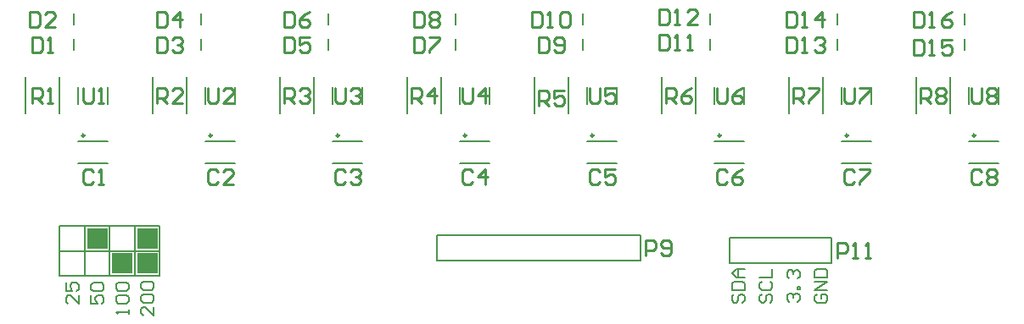
<source format=gbr>
%TF.GenerationSoftware,Altium Limited,Altium Designer,23.10.1 (27)*%
G04 Layer_Color=65535*
%FSLAX45Y45*%
%MOMM*%
%TF.SameCoordinates,A038C99E-A49E-49FA-BA90-4B12FE75E0D5*%
%TF.FilePolarity,Positive*%
%TF.FileFunction,Legend,Top*%
%TF.Part,Single*%
G01*
G75*
%TA.AperFunction,NonConductor*%
%ADD25C,0.25000*%
%ADD26C,0.20000*%
%ADD27C,0.25400*%
%ADD28R,2.00000X2.00000*%
%ADD29R,2.00000X2.00000*%
%ADD30R,0.20000X1.20000*%
D25*
X9059000Y9655489D02*
G03*
X9059000Y9655489I-12500J0D01*
G01*
X7789000D02*
G03*
X7789000Y9655489I-12500J0D01*
G01*
X6519000D02*
G03*
X6519000Y9655489I-12500J0D01*
G01*
X5249000D02*
G03*
X5249000Y9655489I-12500J0D01*
G01*
X14139000D02*
G03*
X14139000Y9655489I-12500J0D01*
G01*
X12869000D02*
G03*
X12869000Y9655489I-12500J0D01*
G01*
X11599000D02*
G03*
X11599000Y9655489I-12500J0D01*
G01*
X10329000D02*
G03*
X10329000Y9655489I-12500J0D01*
G01*
D26*
X5000000Y8500000D02*
X5250000D01*
X5000000Y8750000D02*
X5250000D01*
Y8500000D02*
Y8750000D01*
X5000000Y8500000D02*
Y8750000D01*
Y8250000D02*
X5250000D01*
X5000000Y8500000D02*
X5250000D01*
Y8250000D02*
Y8500000D01*
X5000000Y8250000D02*
Y8500000D01*
X5250000D02*
X5500000D01*
X5250000Y8750000D02*
X5500000D01*
Y8500000D02*
Y8750000D01*
X5250000Y8500000D02*
Y8750000D01*
Y8250000D02*
X5500000D01*
X5250000Y8500000D02*
X5500000D01*
Y8250000D02*
Y8500000D01*
X5250000Y8250000D02*
Y8500000D01*
X5750000D02*
X6000000D01*
X5750000Y8750000D02*
X6000000D01*
Y8500000D02*
Y8750000D01*
X5750000Y8500000D02*
Y8750000D01*
X5500000Y8500000D02*
X5750000D01*
X5500000Y8750000D02*
X5750000D01*
Y8500000D02*
Y8750000D01*
X5500000Y8500000D02*
Y8750000D01*
Y8250000D02*
X5750000D01*
X5500000Y8500000D02*
X5750000D01*
Y8250000D02*
Y8500000D01*
X5500000Y8250000D02*
Y8500000D01*
X5750000Y8250000D02*
X6000000D01*
X5750000Y8500000D02*
X6000000D01*
Y8250000D02*
Y8500000D01*
X5750000Y8250000D02*
Y8500000D01*
X8998190Y9599710D02*
X9289810D01*
X8998190Y9374090D02*
X9289810D01*
X7728190Y9599710D02*
X8019810D01*
X7728190Y9374090D02*
X8019810D01*
X6458190Y9599710D02*
X6749810D01*
X6458190Y9374090D02*
X6749810D01*
X5188190Y9599710D02*
X5479810D01*
X5188190Y9374090D02*
X5479810D01*
X9294000Y9973639D02*
Y10143161D01*
X8994000Y9973639D02*
Y10143161D01*
X8024000Y9973639D02*
Y10143161D01*
X7724000Y9973639D02*
Y10143161D01*
X6754000Y9973639D02*
Y10143161D01*
X6454000Y9973639D02*
Y10143161D01*
X5484000Y9973639D02*
Y10143161D01*
X5184000Y9973639D02*
Y10143161D01*
X8468500Y9875900D02*
Y10240900D01*
X8803500Y9875900D02*
Y10240900D01*
X7198500Y9875900D02*
Y10240900D01*
X7533500Y9875900D02*
Y10240900D01*
X5928500Y9875900D02*
Y10240900D01*
X6263500Y9875900D02*
Y10240900D01*
X4658500Y9875900D02*
Y10240900D01*
X4993500Y9875900D02*
Y10240900D01*
X14078191Y9599710D02*
X14369810D01*
X14078191Y9374090D02*
X14369810D01*
X12808189Y9599710D02*
X13099809D01*
X12808189Y9374090D02*
X13099809D01*
X11538190Y9599710D02*
X11829810D01*
X11538190Y9374090D02*
X11829810D01*
X10268190Y9599710D02*
X10559810D01*
X10268190Y9374090D02*
X10559810D01*
X14374001Y9973639D02*
Y10143161D01*
X14074001Y9973639D02*
Y10143161D01*
X13103999Y9973639D02*
Y10143161D01*
X12803999Y9973639D02*
Y10143161D01*
X11834000Y9973639D02*
Y10143161D01*
X11534000Y9973639D02*
Y10143161D01*
X10564000Y9973639D02*
Y10143161D01*
X10264000Y9973639D02*
Y10143161D01*
X13548500Y9875900D02*
Y10240900D01*
X13883501Y9875900D02*
Y10240900D01*
X12278500Y9875900D02*
Y10240900D01*
X12613500Y9875900D02*
Y10240900D01*
X11008500Y9875900D02*
Y10240900D01*
X11343500Y9875900D02*
Y10240900D01*
X9738500Y9875900D02*
Y10240900D01*
X10073500Y9875900D02*
Y10240900D01*
X10795000Y8407400D02*
Y8661400D01*
X8763000Y8407400D02*
X10795000D01*
X8763000D02*
Y8661400D01*
X10795000D01*
X11684000Y8382000D02*
Y8636000D01*
X12700000D01*
X11684000Y8382000D02*
X12700000D01*
Y8636000D01*
X12557680Y8065361D02*
X12536520Y8044201D01*
Y8001881D01*
X12557680Y7980721D01*
X12642319D01*
X12663479Y8001881D01*
Y8044201D01*
X12642319Y8065361D01*
X12600000D01*
Y8023041D01*
X12663479Y8107680D02*
X12536520D01*
X12663479Y8192319D01*
X12536520D01*
Y8234639D02*
X12663479D01*
Y8298118D01*
X12642319Y8319278D01*
X12557680D01*
X12536520Y8298118D01*
Y8234639D01*
X12282680Y7991302D02*
X12261520Y8012461D01*
Y8054781D01*
X12282680Y8075941D01*
X12303840D01*
X12325000Y8054781D01*
Y8033621D01*
Y8054781D01*
X12346159Y8075941D01*
X12367319D01*
X12388479Y8054781D01*
Y8012461D01*
X12367319Y7991302D01*
X12388479Y8118260D02*
X12367319D01*
Y8139420D01*
X12388479D01*
Y8118260D01*
X12282680Y8224059D02*
X12261520Y8245219D01*
Y8287539D01*
X12282680Y8308699D01*
X12303840D01*
X12325000Y8287539D01*
Y8266379D01*
Y8287539D01*
X12346159Y8308699D01*
X12367319D01*
X12388479Y8287539D01*
Y8245219D01*
X12367319Y8224059D01*
X12007680Y8065361D02*
X11986520Y8044201D01*
Y8001881D01*
X12007680Y7980721D01*
X12028840D01*
X12050000Y8001881D01*
Y8044201D01*
X12071159Y8065361D01*
X12092319D01*
X12113479Y8044201D01*
Y8001881D01*
X12092319Y7980721D01*
X12007680Y8192319D02*
X11986520Y8171159D01*
Y8128840D01*
X12007680Y8107680D01*
X12092319D01*
X12113479Y8128840D01*
Y8171159D01*
X12092319Y8192319D01*
X11986520Y8234639D02*
X12113479D01*
Y8319278D01*
X11732680Y8065361D02*
X11711521Y8044201D01*
Y8001881D01*
X11732680Y7980721D01*
X11753840D01*
X11775000Y8001881D01*
Y8044201D01*
X11796160Y8065361D01*
X11817320D01*
X11838479Y8044201D01*
Y8001881D01*
X11817320Y7980721D01*
X11711521Y8107680D02*
X11838479D01*
Y8171160D01*
X11817320Y8192320D01*
X11732680D01*
X11711521Y8171160D01*
Y8107680D01*
X11838479Y8234639D02*
X11753840D01*
X11711521Y8276959D01*
X11753840Y8319279D01*
X11838479D01*
X11775000D01*
Y8234639D01*
X5938479Y7940361D02*
Y7855722D01*
X5853840Y7940361D01*
X5832680D01*
X5811520Y7919201D01*
Y7876881D01*
X5832680Y7855722D01*
Y7982681D02*
X5811520Y8003840D01*
Y8046160D01*
X5832680Y8067320D01*
X5917319D01*
X5938479Y8046160D01*
Y8003840D01*
X5917319Y7982681D01*
X5832680D01*
Y8109639D02*
X5811520Y8130799D01*
Y8173119D01*
X5832680Y8194279D01*
X5917319D01*
X5938479Y8173119D01*
Y8130799D01*
X5917319Y8109639D01*
X5832680D01*
X5688479Y7866301D02*
Y7908621D01*
Y7887461D01*
X5561520D01*
X5582680Y7866301D01*
Y7972100D02*
X5561520Y7993260D01*
Y8035580D01*
X5582680Y8056740D01*
X5667320D01*
X5688479Y8035580D01*
Y7993260D01*
X5667320Y7972100D01*
X5582680D01*
Y8099059D02*
X5561520Y8120219D01*
Y8162539D01*
X5582680Y8183699D01*
X5667320D01*
X5688479Y8162539D01*
Y8120219D01*
X5667320Y8099059D01*
X5582680D01*
X5311520Y8053841D02*
Y7969201D01*
X5375000D01*
X5353840Y8011521D01*
Y8032681D01*
X5375000Y8053841D01*
X5417319D01*
X5438479Y8032681D01*
Y7990361D01*
X5417319Y7969201D01*
X5332680Y8096160D02*
X5311520Y8117320D01*
Y8159640D01*
X5332680Y8180799D01*
X5417319D01*
X5438479Y8159640D01*
Y8117320D01*
X5417319Y8096160D01*
X5332680D01*
X5188479Y8053841D02*
Y7969201D01*
X5103840Y8053841D01*
X5082680D01*
X5061520Y8032681D01*
Y7990361D01*
X5082680Y7969201D01*
X5061520Y8180799D02*
Y8096160D01*
X5125000D01*
X5103840Y8138480D01*
Y8159640D01*
X5125000Y8180799D01*
X5167319D01*
X5188479Y8159640D01*
Y8117320D01*
X5167319Y8096160D01*
D27*
X13525562Y10896575D02*
Y10744225D01*
X13601736D01*
X13627129Y10769617D01*
Y10871183D01*
X13601736Y10896575D01*
X13525562D01*
X13677911Y10744225D02*
X13728696D01*
X13703304D01*
Y10896575D01*
X13677911Y10871183D01*
X13906439Y10896575D02*
X13855655Y10871183D01*
X13804871Y10820400D01*
Y10769617D01*
X13830263Y10744225D01*
X13881047D01*
X13906439Y10769617D01*
Y10795008D01*
X13881047Y10820400D01*
X13804871D01*
X13525562Y10617175D02*
Y10464825D01*
X13601736D01*
X13627129Y10490217D01*
Y10591783D01*
X13601736Y10617175D01*
X13525562D01*
X13677911Y10464825D02*
X13728696D01*
X13703304D01*
Y10617175D01*
X13677911Y10591783D01*
X13906439Y10617175D02*
X13804871D01*
Y10541000D01*
X13855655Y10566392D01*
X13881047D01*
X13906439Y10541000D01*
Y10490217D01*
X13881047Y10464825D01*
X13830263D01*
X13804871Y10490217D01*
X12255562Y10896575D02*
Y10744225D01*
X12331737D01*
X12357129Y10769617D01*
Y10871183D01*
X12331737Y10896575D01*
X12255562D01*
X12407912Y10744225D02*
X12458696D01*
X12433304D01*
Y10896575D01*
X12407912Y10871183D01*
X12611047Y10744225D02*
Y10896575D01*
X12534871Y10820400D01*
X12636439D01*
X12255562Y10642575D02*
Y10490225D01*
X12331737D01*
X12357129Y10515617D01*
Y10617183D01*
X12331737Y10642575D01*
X12255562D01*
X12407912Y10490225D02*
X12458696D01*
X12433304D01*
Y10642575D01*
X12407912Y10617183D01*
X12534871D02*
X12560263Y10642575D01*
X12611047D01*
X12636439Y10617183D01*
Y10591792D01*
X12611047Y10566400D01*
X12585655D01*
X12611047D01*
X12636439Y10541008D01*
Y10515617D01*
X12611047Y10490225D01*
X12560263D01*
X12534871Y10515617D01*
X10985562Y10921975D02*
Y10769625D01*
X11061737D01*
X11087129Y10795017D01*
Y10896583D01*
X11061737Y10921975D01*
X10985562D01*
X11137912Y10769625D02*
X11188696D01*
X11163304D01*
Y10921975D01*
X11137912Y10896583D01*
X11366439Y10769625D02*
X11264871D01*
X11366439Y10871192D01*
Y10896583D01*
X11341047Y10921975D01*
X11290263D01*
X11264871Y10896583D01*
X10985554Y10667975D02*
Y10515625D01*
X11061729D01*
X11087121Y10541017D01*
Y10642583D01*
X11061729Y10667975D01*
X10985554D01*
X11137904Y10515625D02*
X11188688D01*
X11163296D01*
Y10667975D01*
X11137904Y10642583D01*
X11264863Y10515625D02*
X11315647D01*
X11290255D01*
Y10667975D01*
X11264863Y10642583D01*
X9715562Y10896575D02*
Y10744225D01*
X9791737D01*
X9817129Y10769617D01*
Y10871183D01*
X9791737Y10896575D01*
X9715562D01*
X9867912Y10744225D02*
X9918696D01*
X9893304D01*
Y10896575D01*
X9867912Y10871183D01*
X9994871D02*
X10020263Y10896575D01*
X10071047D01*
X10096439Y10871183D01*
Y10769617D01*
X10071047Y10744225D01*
X10020263D01*
X9994871Y10769617D01*
Y10871183D01*
X9779041Y10642575D02*
Y10490225D01*
X9855217D01*
X9880608Y10515617D01*
Y10617183D01*
X9855217Y10642575D01*
X9779041D01*
X9931392Y10515617D02*
X9956784Y10490225D01*
X10007567D01*
X10032959Y10515617D01*
Y10617183D01*
X10007567Y10642575D01*
X9956784D01*
X9931392Y10617183D01*
Y10591792D01*
X9956784Y10566400D01*
X10032959D01*
X8534441Y10896575D02*
Y10744225D01*
X8610617D01*
X8636008Y10769617D01*
Y10871183D01*
X8610617Y10896575D01*
X8534441D01*
X8686792Y10871183D02*
X8712184Y10896575D01*
X8762967D01*
X8788359Y10871183D01*
Y10845792D01*
X8762967Y10820400D01*
X8788359Y10795008D01*
Y10769617D01*
X8762967Y10744225D01*
X8712184D01*
X8686792Y10769617D01*
Y10795008D01*
X8712184Y10820400D01*
X8686792Y10845792D01*
Y10871183D01*
X8712184Y10820400D02*
X8762967D01*
X8534441Y10642575D02*
Y10490225D01*
X8610617D01*
X8636008Y10515617D01*
Y10617183D01*
X8610617Y10642575D01*
X8534441D01*
X8686792D02*
X8788359D01*
Y10617183D01*
X8686792Y10515617D01*
Y10490225D01*
X7239041Y10896575D02*
Y10744225D01*
X7315217D01*
X7340608Y10769617D01*
Y10871183D01*
X7315217Y10896575D01*
X7239041D01*
X7492959D02*
X7442175Y10871183D01*
X7391392Y10820400D01*
Y10769617D01*
X7416784Y10744225D01*
X7467567D01*
X7492959Y10769617D01*
Y10795008D01*
X7467567Y10820400D01*
X7391392D01*
X7239041Y10642575D02*
Y10490225D01*
X7315217D01*
X7340608Y10515617D01*
Y10617183D01*
X7315217Y10642575D01*
X7239041D01*
X7492959D02*
X7391392D01*
Y10566400D01*
X7442175Y10591792D01*
X7467567D01*
X7492959Y10566400D01*
Y10515617D01*
X7467567Y10490225D01*
X7416784D01*
X7391392Y10515617D01*
X5969041Y10896575D02*
Y10744225D01*
X6045217D01*
X6070608Y10769617D01*
Y10871183D01*
X6045217Y10896575D01*
X5969041D01*
X6197567Y10744225D02*
Y10896575D01*
X6121392Y10820400D01*
X6222959D01*
X5969041Y10642575D02*
Y10490225D01*
X6045217D01*
X6070608Y10515617D01*
Y10617183D01*
X6045217Y10642575D01*
X5969041D01*
X6121392Y10617183D02*
X6146784Y10642575D01*
X6197567D01*
X6222959Y10617183D01*
Y10591792D01*
X6197567Y10566400D01*
X6172175D01*
X6197567D01*
X6222959Y10541008D01*
Y10515617D01*
X6197567Y10490225D01*
X6146784D01*
X6121392Y10515617D01*
X4699041Y10896575D02*
Y10744225D01*
X4775217D01*
X4800608Y10769617D01*
Y10871183D01*
X4775217Y10896575D01*
X4699041D01*
X4952959Y10744225D02*
X4851392D01*
X4952959Y10845792D01*
Y10871183D01*
X4927567Y10896575D01*
X4876784D01*
X4851392Y10871183D01*
X4724433Y10642575D02*
Y10490225D01*
X4800608D01*
X4826000Y10515617D01*
Y10617183D01*
X4800608Y10642575D01*
X4724433D01*
X4876784Y10490225D02*
X4927567D01*
X4902176D01*
Y10642575D01*
X4876784Y10617183D01*
X14097041Y10134575D02*
Y10007617D01*
X14122433Y9982225D01*
X14173216D01*
X14198608Y10007617D01*
Y10134575D01*
X14249393Y10109183D02*
X14274783Y10134575D01*
X14325568D01*
X14350958Y10109183D01*
Y10083792D01*
X14325568Y10058400D01*
X14350958Y10033008D01*
Y10007617D01*
X14325568Y9982225D01*
X14274783D01*
X14249393Y10007617D01*
Y10033008D01*
X14274783Y10058400D01*
X14249393Y10083792D01*
Y10109183D01*
X14274783Y10058400D02*
X14325568D01*
X12827042Y10134575D02*
Y10007617D01*
X12852432Y9982225D01*
X12903217D01*
X12928609Y10007617D01*
Y10134575D01*
X12979391D02*
X13080959D01*
Y10109183D01*
X12979391Y10007617D01*
Y9982225D01*
X11557041Y10134575D02*
Y10007617D01*
X11582433Y9982225D01*
X11633217D01*
X11658608Y10007617D01*
Y10134575D01*
X11810959D02*
X11760175Y10109183D01*
X11709392Y10058400D01*
Y10007617D01*
X11734784Y9982225D01*
X11785567D01*
X11810959Y10007617D01*
Y10033008D01*
X11785567Y10058400D01*
X11709392D01*
X10287041Y10134575D02*
Y10007617D01*
X10312433Y9982225D01*
X10363217D01*
X10388608Y10007617D01*
Y10134575D01*
X10540959D02*
X10439392D01*
Y10058400D01*
X10490175Y10083792D01*
X10515567D01*
X10540959Y10058400D01*
Y10007617D01*
X10515567Y9982225D01*
X10464784D01*
X10439392Y10007617D01*
X9017041Y10134575D02*
Y10007617D01*
X9042433Y9982225D01*
X9093217D01*
X9118608Y10007617D01*
Y10134575D01*
X9245567Y9982225D02*
Y10134575D01*
X9169392Y10058400D01*
X9270959D01*
X7747041Y10134575D02*
Y10007617D01*
X7772433Y9982225D01*
X7823217D01*
X7848608Y10007617D01*
Y10134575D01*
X7899392Y10109183D02*
X7924784Y10134575D01*
X7975567D01*
X8000959Y10109183D01*
Y10083792D01*
X7975567Y10058400D01*
X7950175D01*
X7975567D01*
X8000959Y10033008D01*
Y10007617D01*
X7975567Y9982225D01*
X7924784D01*
X7899392Y10007617D01*
X6477041Y10134575D02*
Y10007617D01*
X6502433Y9982225D01*
X6553217D01*
X6578608Y10007617D01*
Y10134575D01*
X6730959Y9982225D02*
X6629392D01*
X6730959Y10083792D01*
Y10109183D01*
X6705567Y10134575D01*
X6654784D01*
X6629392Y10109183D01*
X5232433Y10134575D02*
Y10007617D01*
X5257825Y9982225D01*
X5308608D01*
X5334000Y10007617D01*
Y10134575D01*
X5384784Y9982225D02*
X5435567D01*
X5410176D01*
Y10134575D01*
X5384784Y10109183D01*
X13589041Y9982225D02*
Y10134575D01*
X13665218D01*
X13690608Y10109183D01*
Y10058400D01*
X13665218Y10033008D01*
X13589041D01*
X13639825D02*
X13690608Y9982225D01*
X13741393Y10109183D02*
X13766785Y10134575D01*
X13817567D01*
X13842960Y10109183D01*
Y10083792D01*
X13817567Y10058400D01*
X13842960Y10033008D01*
Y10007617D01*
X13817567Y9982225D01*
X13766785D01*
X13741393Y10007617D01*
Y10033008D01*
X13766785Y10058400D01*
X13741393Y10083792D01*
Y10109183D01*
X13766785Y10058400D02*
X13817567D01*
X12319041Y9982225D02*
Y10134575D01*
X12395217D01*
X12420608Y10109183D01*
Y10058400D01*
X12395217Y10033008D01*
X12319041D01*
X12369825D02*
X12420608Y9982225D01*
X12471392Y10134575D02*
X12572959D01*
Y10109183D01*
X12471392Y10007617D01*
Y9982225D01*
X11049041D02*
Y10134575D01*
X11125217D01*
X11150608Y10109183D01*
Y10058400D01*
X11125217Y10033008D01*
X11049041D01*
X11099825D02*
X11150608Y9982225D01*
X11302959Y10134575D02*
X11252175Y10109183D01*
X11201392Y10058400D01*
Y10007617D01*
X11226784Y9982225D01*
X11277567D01*
X11302959Y10007617D01*
Y10033008D01*
X11277567Y10058400D01*
X11201392D01*
X9779041Y9956825D02*
Y10109175D01*
X9855217D01*
X9880608Y10083783D01*
Y10033000D01*
X9855217Y10007608D01*
X9779041D01*
X9829825D02*
X9880608Y9956825D01*
X10032959Y10109175D02*
X9931392D01*
Y10033000D01*
X9982175Y10058392D01*
X10007567D01*
X10032959Y10033000D01*
Y9982217D01*
X10007567Y9956825D01*
X9956784D01*
X9931392Y9982217D01*
X8509041Y9982225D02*
Y10134575D01*
X8585217D01*
X8610608Y10109183D01*
Y10058400D01*
X8585217Y10033008D01*
X8509041D01*
X8559825D02*
X8610608Y9982225D01*
X8737567D02*
Y10134575D01*
X8661392Y10058400D01*
X8762959D01*
X7239041Y9982225D02*
Y10134575D01*
X7315217D01*
X7340608Y10109183D01*
Y10058400D01*
X7315217Y10033008D01*
X7239041D01*
X7289825D02*
X7340608Y9982225D01*
X7391392Y10109183D02*
X7416784Y10134575D01*
X7467567D01*
X7492959Y10109183D01*
Y10083792D01*
X7467567Y10058400D01*
X7442175D01*
X7467567D01*
X7492959Y10033008D01*
Y10007617D01*
X7467567Y9982225D01*
X7416784D01*
X7391392Y10007617D01*
X5969041Y9982225D02*
Y10134575D01*
X6045217D01*
X6070608Y10109183D01*
Y10058400D01*
X6045217Y10033008D01*
X5969041D01*
X6019825D02*
X6070608Y9982225D01*
X6222959D02*
X6121392D01*
X6222959Y10083792D01*
Y10109183D01*
X6197567Y10134575D01*
X6146784D01*
X6121392Y10109183D01*
X4724433Y9982225D02*
Y10134575D01*
X4800608D01*
X4826000Y10109183D01*
Y10058400D01*
X4800608Y10033008D01*
X4724433D01*
X4775217D02*
X4826000Y9982225D01*
X4876784D02*
X4927567D01*
X4902176D01*
Y10134575D01*
X4876784Y10109183D01*
X12763554Y8432825D02*
Y8585175D01*
X12839729D01*
X12865121Y8559783D01*
Y8509000D01*
X12839729Y8483608D01*
X12763554D01*
X12915904Y8432825D02*
X12966689D01*
X12941296D01*
Y8585175D01*
X12915904Y8559783D01*
X13042863Y8432825D02*
X13093646D01*
X13068256D01*
Y8585175D01*
X13042863Y8559783D01*
X10845841Y8458225D02*
Y8610575D01*
X10922017D01*
X10947408Y8585183D01*
Y8534400D01*
X10922017Y8509008D01*
X10845841D01*
X10998192Y8483617D02*
X11023584Y8458225D01*
X11074367D01*
X11099759Y8483617D01*
Y8585183D01*
X11074367Y8610575D01*
X11023584D01*
X10998192Y8585183D01*
Y8559792D01*
X11023584Y8534400D01*
X11099759D01*
X14198608Y9296383D02*
X14173216Y9321775D01*
X14122433D01*
X14097041Y9296383D01*
Y9194817D01*
X14122433Y9169425D01*
X14173216D01*
X14198608Y9194817D01*
X14249393Y9296383D02*
X14274783Y9321775D01*
X14325568D01*
X14350958Y9296383D01*
Y9270992D01*
X14325568Y9245600D01*
X14350958Y9220208D01*
Y9194817D01*
X14325568Y9169425D01*
X14274783D01*
X14249393Y9194817D01*
Y9220208D01*
X14274783Y9245600D01*
X14249393Y9270992D01*
Y9296383D01*
X14274783Y9245600D02*
X14325568D01*
X12928609Y9296383D02*
X12903217Y9321775D01*
X12852432D01*
X12827042Y9296383D01*
Y9194817D01*
X12852432Y9169425D01*
X12903217D01*
X12928609Y9194817D01*
X12979391Y9321775D02*
X13080959D01*
Y9296383D01*
X12979391Y9194817D01*
Y9169425D01*
X11658608Y9296383D02*
X11633217Y9321775D01*
X11582433D01*
X11557041Y9296383D01*
Y9194817D01*
X11582433Y9169425D01*
X11633217D01*
X11658608Y9194817D01*
X11810959Y9321775D02*
X11760175Y9296383D01*
X11709392Y9245600D01*
Y9194817D01*
X11734784Y9169425D01*
X11785567D01*
X11810959Y9194817D01*
Y9220208D01*
X11785567Y9245600D01*
X11709392D01*
X10388608Y9296383D02*
X10363217Y9321775D01*
X10312433D01*
X10287041Y9296383D01*
Y9194817D01*
X10312433Y9169425D01*
X10363217D01*
X10388608Y9194817D01*
X10540959Y9321775D02*
X10439392D01*
Y9245600D01*
X10490175Y9270992D01*
X10515567D01*
X10540959Y9245600D01*
Y9194817D01*
X10515567Y9169425D01*
X10464784D01*
X10439392Y9194817D01*
X9118608Y9296383D02*
X9093217Y9321775D01*
X9042433D01*
X9017041Y9296383D01*
Y9194817D01*
X9042433Y9169425D01*
X9093217D01*
X9118608Y9194817D01*
X9245567Y9169425D02*
Y9321775D01*
X9169392Y9245600D01*
X9270959D01*
X7848608Y9296383D02*
X7823217Y9321775D01*
X7772433D01*
X7747041Y9296383D01*
Y9194817D01*
X7772433Y9169425D01*
X7823217D01*
X7848608Y9194817D01*
X7899392Y9296383D02*
X7924784Y9321775D01*
X7975567D01*
X8000959Y9296383D01*
Y9270992D01*
X7975567Y9245600D01*
X7950175D01*
X7975567D01*
X8000959Y9220208D01*
Y9194817D01*
X7975567Y9169425D01*
X7924784D01*
X7899392Y9194817D01*
X6578608Y9296383D02*
X6553217Y9321775D01*
X6502433D01*
X6477041Y9296383D01*
Y9194817D01*
X6502433Y9169425D01*
X6553217D01*
X6578608Y9194817D01*
X6730959Y9169425D02*
X6629392D01*
X6730959Y9270992D01*
Y9296383D01*
X6705567Y9321775D01*
X6654784D01*
X6629392Y9296383D01*
X5334000D02*
X5308608Y9321775D01*
X5257825D01*
X5232433Y9296383D01*
Y9194817D01*
X5257825Y9169425D01*
X5308608D01*
X5334000Y9194817D01*
X5384784Y9169425D02*
X5435567D01*
X5410176D01*
Y9321775D01*
X5384784Y9296383D01*
D28*
X5875000Y8625000D02*
D03*
Y8375000D02*
D03*
D29*
X5625000D02*
D03*
X5375000Y8625000D02*
D03*
D30*
X12764000Y10566400D02*
D03*
X10224000D02*
D03*
X7684000D02*
D03*
X5144000D02*
D03*
X12764000Y10820400D02*
D03*
X10224000D02*
D03*
X7684000D02*
D03*
X5144000D02*
D03*
X14034000Y10566400D02*
D03*
X11494000D02*
D03*
X8954000D02*
D03*
X6414000D02*
D03*
X14034000Y10820400D02*
D03*
X11494000D02*
D03*
X8954000D02*
D03*
X6414000D02*
D03*
%TF.MD5,2da848ffd92d59179539d5011333190e*%
M02*

</source>
